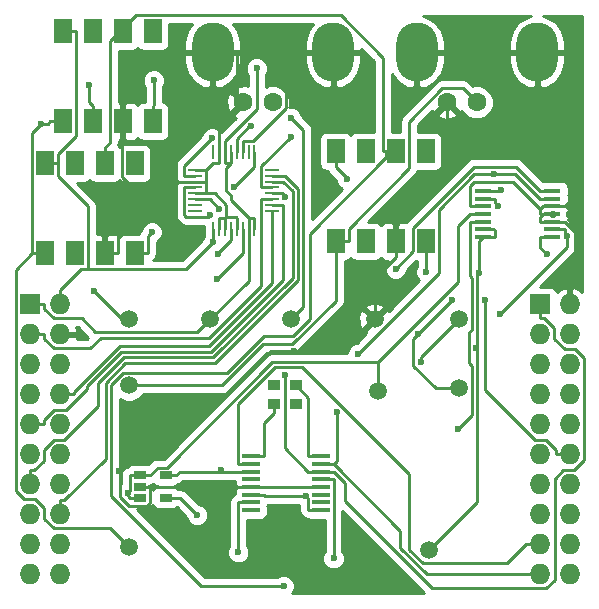
<source format=gbr>
G04 #@! TF.FileFunction,Copper,L1,Top,Signal*
%FSLAX46Y46*%
G04 Gerber Fmt 4.6, Leading zero omitted, Abs format (unit mm)*
G04 Created by KiCad (PCBNEW 4.0.1-stable) date 5/9/2016 12:29:30 PM*
%MOMM*%
G01*
G04 APERTURE LIST*
%ADD10C,0.100000*%
%ADD11R,1.727200X1.727200*%
%ADD12O,1.727200X1.727200*%
%ADD13O,3.500120X5.001260*%
%ADD14C,1.600200*%
%ADD15R,1.060000X0.650000*%
%ADD16R,1.524000X2.032000*%
%ADD17R,1.500000X0.450000*%
%ADD18R,1.450000X0.450000*%
%ADD19R,1.200000X0.280000*%
%ADD20R,0.280000X1.200000*%
%ADD21R,1.000000X0.900000*%
%ADD22C,1.500000*%
%ADD23C,0.600000*%
%ADD24C,0.250000*%
%ADD25C,0.254000*%
G04 APERTURE END LIST*
D10*
D11*
X91694000Y-160274000D03*
D12*
X94234000Y-160274000D03*
X91694000Y-162814000D03*
X94234000Y-162814000D03*
X91694000Y-165354000D03*
X94234000Y-165354000D03*
X91694000Y-167894000D03*
X94234000Y-167894000D03*
X91694000Y-170434000D03*
X94234000Y-170434000D03*
X91694000Y-172974000D03*
X94234000Y-172974000D03*
X91694000Y-175514000D03*
X94234000Y-175514000D03*
X91694000Y-178054000D03*
X94234000Y-178054000D03*
X91694000Y-180594000D03*
X94234000Y-180594000D03*
X91694000Y-183134000D03*
X94234000Y-183134000D03*
X134874000Y-175514000D03*
X134874000Y-178054000D03*
X134874000Y-172974000D03*
X137414000Y-172974000D03*
X137414000Y-178054000D03*
X137414000Y-175514000D03*
X134874000Y-170434000D03*
X134874000Y-167894000D03*
X137414000Y-167894000D03*
X137414000Y-170434000D03*
X137414000Y-165354000D03*
X134874000Y-165354000D03*
D11*
X134874000Y-160274000D03*
D12*
X137414000Y-162814000D03*
X134874000Y-162814000D03*
X137414000Y-160274000D03*
X134874000Y-183134000D03*
X137414000Y-183134000D03*
X137414000Y-180594000D03*
X134874000Y-180594000D03*
D13*
X107170220Y-138912600D03*
X117368320Y-138912600D03*
D14*
X112268000Y-143177260D03*
X109768640Y-143177260D03*
D13*
X124442220Y-138912600D03*
X134640320Y-138912600D03*
D14*
X129540000Y-143177260D03*
X127040640Y-143177260D03*
D15*
X101008000Y-174752000D03*
X101008000Y-175702000D03*
X101008000Y-176652000D03*
X103208000Y-176652000D03*
X103208000Y-174752000D03*
D16*
X117602000Y-154940000D03*
X120142000Y-154940000D03*
X122682000Y-154940000D03*
X125222000Y-154940000D03*
X125222000Y-147320000D03*
X122682000Y-147320000D03*
X120142000Y-147320000D03*
X117602000Y-147320000D03*
X92964000Y-155956000D03*
X95504000Y-155956000D03*
X98044000Y-155956000D03*
X100584000Y-155956000D03*
X100584000Y-148336000D03*
X98044000Y-148336000D03*
X95504000Y-148336000D03*
X92964000Y-148336000D03*
X94488000Y-144780000D03*
X97028000Y-144780000D03*
X99568000Y-144780000D03*
X102108000Y-144780000D03*
X102108000Y-137160000D03*
X99568000Y-137160000D03*
X97028000Y-137160000D03*
X94488000Y-137160000D03*
D17*
X110432000Y-173138000D03*
X110432000Y-173788000D03*
X110432000Y-174438000D03*
X110432000Y-175088000D03*
X110432000Y-175738000D03*
X110432000Y-176388000D03*
X110432000Y-177038000D03*
X110432000Y-177688000D03*
X116332000Y-177688000D03*
X116332000Y-177038000D03*
X116332000Y-176388000D03*
X116332000Y-175738000D03*
X116332000Y-175088000D03*
X116332000Y-174438000D03*
X116332000Y-173788000D03*
X116332000Y-173138000D03*
D18*
X130048000Y-150674000D03*
X130048000Y-151324000D03*
X130048000Y-151974000D03*
X130048000Y-152624000D03*
X130048000Y-153274000D03*
X130048000Y-153924000D03*
X130048000Y-154574000D03*
X135948000Y-154574000D03*
X135948000Y-153924000D03*
X135948000Y-153274000D03*
X135948000Y-152624000D03*
X135948000Y-151974000D03*
X135948000Y-151324000D03*
X135948000Y-150674000D03*
D19*
X105716000Y-148872000D03*
X105716000Y-149372000D03*
X105716000Y-149872000D03*
X105716000Y-150372000D03*
X105716000Y-150872000D03*
X105716000Y-151372000D03*
X105716000Y-151872000D03*
X105716000Y-152372000D03*
D20*
X107216000Y-153872000D03*
X107716000Y-153872000D03*
X108216000Y-153872000D03*
X108716000Y-153872000D03*
X109216000Y-153872000D03*
X109716000Y-153872000D03*
X110216000Y-153872000D03*
X110716000Y-153872000D03*
D19*
X112216000Y-152372000D03*
X112216000Y-151872000D03*
X112216000Y-151372000D03*
X112216000Y-150872000D03*
X112216000Y-150372000D03*
X112216000Y-149872000D03*
X112216000Y-149372000D03*
X112216000Y-148872000D03*
D20*
X110716000Y-147372000D03*
X110216000Y-147372000D03*
X109716000Y-147372000D03*
X109216000Y-147372000D03*
X108716000Y-147372000D03*
X108216000Y-147372000D03*
X107716000Y-147372000D03*
X107216000Y-147372000D03*
D21*
X112359000Y-168669000D03*
X114209000Y-168669000D03*
X114209000Y-167119000D03*
X112359000Y-167119000D03*
D22*
X100076000Y-161544000D03*
X100076000Y-180848000D03*
X100076000Y-167132000D03*
X120904000Y-161544000D03*
X128016000Y-161544000D03*
X106934000Y-161544000D03*
X121158000Y-167640000D03*
X128016000Y-167386000D03*
X125476000Y-181102000D03*
X113792000Y-161544000D03*
D23*
X110894000Y-140290900D03*
X115068200Y-176492500D03*
X107216000Y-154995400D03*
X99971300Y-176264500D03*
X118537000Y-149654200D03*
X114300000Y-180340000D03*
X114071500Y-164255200D03*
X99227600Y-174342500D03*
X124077100Y-152203600D03*
X99496600Y-146574000D03*
X113319600Y-151218100D03*
X130274200Y-159920300D03*
X113797900Y-146085100D03*
X113277700Y-166231400D03*
X117682300Y-169423800D03*
X107853600Y-174274400D03*
X113180000Y-184136200D03*
X129511700Y-163964600D03*
X129689800Y-157596700D03*
X107125700Y-146183700D03*
X106966500Y-152698400D03*
X107708000Y-152169700D03*
X92638700Y-144979700D03*
X102037000Y-154140000D03*
X125261700Y-157536800D03*
X102185200Y-141315200D03*
X97143900Y-159173500D03*
X96687800Y-141675000D03*
X113787500Y-144474400D03*
X124552000Y-162814000D03*
X127435000Y-159902800D03*
X124804400Y-165175000D03*
X105871100Y-178123200D03*
X110386400Y-145206900D03*
X107628700Y-155980300D03*
X107566500Y-158094700D03*
X109356700Y-181276400D03*
X117407300Y-181781100D03*
X131356500Y-151912700D03*
X131555700Y-150566500D03*
X127981900Y-170797400D03*
X135459100Y-156049700D03*
X137198900Y-154488100D03*
X131484800Y-161124400D03*
X122667600Y-157241100D03*
X131019600Y-149241400D03*
X119510500Y-164460000D03*
X108949000Y-150375800D03*
D24*
X108216000Y-147372000D02*
X108216000Y-146446700D01*
X110432000Y-176388000D02*
X111507300Y-176388000D01*
X115256700Y-176681000D02*
X115068200Y-176492500D01*
X115256700Y-177688000D02*
X115256700Y-176681000D01*
X111611800Y-176492500D02*
X111507300Y-176388000D01*
X115068200Y-176492500D02*
X111611800Y-176492500D01*
X116332000Y-177688000D02*
X115256700Y-177688000D01*
X110894000Y-143768700D02*
X108216000Y-146446700D01*
X110894000Y-140290900D02*
X110894000Y-143768700D01*
X110216000Y-153872000D02*
X110216000Y-152946700D01*
X110716000Y-153872000D02*
X110716000Y-152946700D01*
X110716000Y-152946700D02*
X110216000Y-152946700D01*
X108716000Y-147372000D02*
X108716000Y-148297300D01*
X108216000Y-148297300D02*
X108716000Y-148297300D01*
X108216000Y-147372000D02*
X108216000Y-148297300D01*
X110216000Y-158262000D02*
X106934000Y-161544000D01*
X110216000Y-153872000D02*
X110216000Y-158262000D01*
X92882900Y-160645600D02*
X92882900Y-160274000D01*
X93700200Y-161462900D02*
X92882900Y-160645600D01*
X96077100Y-161462900D02*
X93700200Y-161462900D01*
X97239000Y-162624800D02*
X96077100Y-161462900D01*
X105853200Y-162624800D02*
X97239000Y-162624800D01*
X106934000Y-161544000D02*
X105853200Y-162624800D01*
X91694000Y-160274000D02*
X92882900Y-160274000D01*
X108716000Y-151446700D02*
X110216000Y-152946700D01*
X108716000Y-151027000D02*
X108716000Y-151446700D01*
X108715900Y-151027000D02*
X108716000Y-151027000D01*
X108323700Y-150634800D02*
X108715900Y-151027000D01*
X108323700Y-148689600D02*
X108323700Y-150634800D01*
X108716000Y-148297300D02*
X108323700Y-148689600D01*
X101008000Y-176652000D02*
X100152700Y-176652000D01*
X107216000Y-153872000D02*
X107216000Y-154797300D01*
X107216000Y-154797300D02*
X107216000Y-154995400D01*
X130048000Y-152624000D02*
X128997700Y-152624000D01*
X99971300Y-176470600D02*
X99971300Y-176264500D01*
X100152700Y-176652000D02*
X99971300Y-176470600D01*
X100152700Y-176083100D02*
X99971300Y-176264500D01*
X100152700Y-174752000D02*
X100152700Y-176083100D01*
X101008000Y-174752000D02*
X100152700Y-174752000D01*
X94234000Y-160274000D02*
X94234000Y-159085100D01*
X92964000Y-148336000D02*
X94051300Y-148336000D01*
X94051300Y-147528700D02*
X94051300Y-148336000D01*
X95575300Y-146004700D02*
X94051300Y-147528700D01*
X95575300Y-137160000D02*
X95575300Y-146004700D01*
X94488000Y-137160000D02*
X95575300Y-137160000D01*
X94051300Y-149423300D02*
X94051300Y-148336000D01*
X96604100Y-151976100D02*
X94051300Y-149423300D01*
X96604100Y-157302500D02*
X96604100Y-151976100D01*
X104908900Y-157302500D02*
X96604100Y-157302500D01*
X107216000Y-154995400D02*
X104908900Y-157302500D01*
X96016600Y-157302500D02*
X94234000Y-159085100D01*
X96604100Y-157302500D02*
X96016600Y-157302500D01*
X101008000Y-174752000D02*
X101863300Y-174752000D01*
X118537000Y-149596300D02*
X118537000Y-149654200D01*
X117602000Y-148661300D02*
X118537000Y-149596300D01*
X117602000Y-147320000D02*
X117602000Y-148661300D01*
X121158000Y-167640000D02*
X121158000Y-165155800D01*
X127948000Y-153673700D02*
X128997700Y-152624000D01*
X127948000Y-158365800D02*
X127948000Y-153673700D01*
X121158000Y-165155800D02*
X127948000Y-158365800D01*
X102513600Y-174101700D02*
X101863300Y-174752000D01*
X103274500Y-174101700D02*
X102513600Y-174101700D01*
X112220400Y-165155800D02*
X103274500Y-174101700D01*
X121158000Y-165155800D02*
X112220400Y-165155800D01*
X112216000Y-151372000D02*
X111290700Y-151372000D01*
X91694000Y-162814000D02*
X92882900Y-162814000D01*
X92882900Y-163185600D02*
X92882900Y-162814000D01*
X93700200Y-164002900D02*
X92882900Y-163185600D01*
X96831800Y-164002900D02*
X93700200Y-164002900D01*
X97698200Y-163136500D02*
X96831800Y-164002900D01*
X106905300Y-163136500D02*
X97698200Y-163136500D01*
X111290700Y-158751100D02*
X106905300Y-163136500D01*
X111290700Y-151372000D02*
X111290700Y-158751100D01*
X113792000Y-180848000D02*
X113030000Y-180848000D01*
X114300000Y-180340000D02*
X113792000Y-180848000D01*
X135948000Y-153274000D02*
X136998300Y-153274000D01*
X107170200Y-138912600D02*
X109245600Y-138912600D01*
X137849800Y-154125500D02*
X136998300Y-153274000D01*
X137849800Y-158649300D02*
X137849800Y-154125500D01*
X137414000Y-159085100D02*
X137849800Y-158649300D01*
X137414000Y-160274000D02*
X137414000Y-159085100D01*
X105716000Y-149872000D02*
X106641300Y-149872000D01*
X107216000Y-148297300D02*
X106641300Y-148872000D01*
X107716000Y-148297300D02*
X107216000Y-148297300D01*
X107716000Y-147372000D02*
X107716000Y-148297300D01*
X105716000Y-148872000D02*
X106641300Y-148872000D01*
X117368300Y-138912600D02*
X115292900Y-138912600D01*
X107716000Y-153872000D02*
X107716000Y-152946700D01*
X106641300Y-148872000D02*
X106641300Y-149872000D01*
X105716000Y-150872000D02*
X106641300Y-150872000D01*
X106641300Y-149872000D02*
X106641300Y-150872000D01*
X108216000Y-153872000D02*
X108216000Y-152946700D01*
X107716000Y-152946700D02*
X108216000Y-152946700D01*
X135948000Y-151974000D02*
X135132200Y-151974000D01*
X135948000Y-152624000D02*
X135422900Y-152624000D01*
X135948000Y-153274000D02*
X134897700Y-153274000D01*
X135128700Y-152624000D02*
X134897700Y-152624000D01*
X135422900Y-152624000D02*
X135128700Y-152624000D01*
X134897700Y-152855000D02*
X134897700Y-153274000D01*
X135128700Y-152624000D02*
X134897700Y-152855000D01*
X98044000Y-155956000D02*
X99131300Y-155956000D01*
X109716000Y-147372000D02*
X109716000Y-146446700D01*
X130048000Y-151974000D02*
X128997700Y-151974000D01*
X135132200Y-151974000D02*
X134897700Y-152208500D01*
X134897700Y-152208500D02*
X134897700Y-152624000D01*
X109245600Y-142654300D02*
X109768600Y-143177300D01*
X109245600Y-138912600D02*
X109245600Y-142654300D01*
X107751000Y-145194900D02*
X109768600Y-143177300D01*
X107751000Y-146442800D02*
X107751000Y-145194900D01*
X107716000Y-146477800D02*
X107751000Y-146442800D01*
X107716000Y-147372000D02*
X107716000Y-146477800D01*
X115292900Y-138912600D02*
X113417900Y-138912600D01*
X113417900Y-138912600D02*
X109245600Y-138912600D01*
X110609600Y-146446700D02*
X109716000Y-146446700D01*
X113417900Y-143638400D02*
X110609600Y-146446700D01*
X113417900Y-138912600D02*
X113417900Y-143638400D01*
X122682000Y-155610600D02*
X122682000Y-156281300D01*
X109216000Y-153872000D02*
X109216000Y-152946700D01*
X120904000Y-158059300D02*
X120904000Y-161544000D01*
X122682000Y-156281300D02*
X120904000Y-158059300D01*
X134640300Y-138912600D02*
X136715700Y-138912600D01*
X135948000Y-151974000D02*
X136998300Y-151974000D01*
X137333900Y-139530800D02*
X136715700Y-138912600D01*
X137333900Y-151638400D02*
X137333900Y-139530800D01*
X136998300Y-151974000D02*
X137333900Y-151638400D01*
X116332000Y-175738000D02*
X110432000Y-175738000D01*
X101008000Y-175702000D02*
X101863300Y-175702000D01*
X101899300Y-175738000D02*
X101863300Y-175702000D01*
X110432000Y-175738000D02*
X101899300Y-175738000D01*
X128997700Y-150279600D02*
X128997700Y-151974000D01*
X129336100Y-149941200D02*
X128997700Y-150279600D01*
X132630400Y-149941200D02*
X129336100Y-149941200D01*
X134897700Y-152208500D02*
X132630400Y-149941200D01*
X107369400Y-150872000D02*
X106641300Y-150872000D01*
X108333300Y-151835900D02*
X107369400Y-150872000D01*
X108333300Y-152848700D02*
X108333300Y-151835900D01*
X108314000Y-152848700D02*
X108333300Y-152848700D01*
X108216000Y-152946700D02*
X108314000Y-152848700D01*
X109118000Y-152848700D02*
X109216000Y-152946700D01*
X108333300Y-152848700D02*
X109118000Y-152848700D01*
X99345900Y-174342500D02*
X99227600Y-174342500D01*
X101863300Y-177129700D02*
X101863300Y-175702000D01*
X101652000Y-177341000D02*
X101863300Y-177129700D01*
X100112600Y-177341000D02*
X101652000Y-177341000D01*
X99345900Y-176574300D02*
X100112600Y-177341000D01*
X99345900Y-174342500D02*
X99345900Y-176574300D01*
X118192800Y-164255200D02*
X114071500Y-164255200D01*
X120904000Y-161544000D02*
X118192800Y-164255200D01*
X112108500Y-164255200D02*
X114071500Y-164255200D01*
X103015500Y-173348200D02*
X112108500Y-164255200D01*
X100340200Y-173348200D02*
X103015500Y-173348200D01*
X99345900Y-174342500D02*
X100340200Y-173348200D01*
X122682000Y-155610600D02*
X122682000Y-154940000D01*
X122682000Y-154940000D02*
X122682000Y-153598700D01*
X127040600Y-149240100D02*
X127040600Y-143177300D01*
X124077100Y-152203600D02*
X127040600Y-149240100D01*
X124077100Y-152203700D02*
X124077100Y-152203600D01*
X124077000Y-152203700D02*
X124077100Y-152203700D01*
X122682000Y-153598700D02*
X124077000Y-152203700D01*
X99568000Y-144780000D02*
X99568000Y-146121300D01*
X101671300Y-149872000D02*
X100759500Y-150783800D01*
X105716000Y-149872000D02*
X101671300Y-149872000D01*
X99131300Y-152412000D02*
X99131300Y-155956000D01*
X100759500Y-150783800D02*
X99131300Y-152412000D01*
X99496600Y-149520900D02*
X99496600Y-146574000D01*
X100759500Y-150783800D02*
X99496600Y-149520900D01*
X99496600Y-146192700D02*
X99568000Y-146121300D01*
X99496600Y-146574000D02*
X99496600Y-146192700D01*
X94234000Y-167894000D02*
X95422900Y-167894000D01*
X95422900Y-167687000D02*
X95422900Y-167894000D01*
X99311900Y-163798000D02*
X95422900Y-167687000D01*
X106892000Y-163798000D02*
X99311900Y-163798000D01*
X112216000Y-158474000D02*
X106892000Y-163798000D01*
X112216000Y-152372000D02*
X112216000Y-158474000D01*
X112216000Y-151872000D02*
X113141300Y-151872000D01*
X91694000Y-170434000D02*
X92882900Y-170434000D01*
X92882900Y-170062400D02*
X92882900Y-170434000D01*
X93700200Y-169245100D02*
X92882900Y-170062400D01*
X94727000Y-169245100D02*
X93700200Y-169245100D01*
X96532200Y-167439900D02*
X94727000Y-169245100D01*
X96532200Y-167214600D02*
X96532200Y-167439900D01*
X99432700Y-164314100D02*
X96532200Y-167214600D01*
X107012800Y-164314100D02*
X99432700Y-164314100D01*
X113141300Y-158185600D02*
X107012800Y-164314100D01*
X113141300Y-151872000D02*
X113141300Y-158185600D01*
X92065600Y-174325100D02*
X91694000Y-174325100D01*
X92882900Y-173507800D02*
X92065600Y-174325100D01*
X92882900Y-172621800D02*
X92882900Y-173507800D01*
X93719700Y-171785000D02*
X92882900Y-172621800D01*
X94574100Y-171785000D02*
X93719700Y-171785000D01*
X97483200Y-168875900D02*
X94574100Y-171785000D01*
X97483200Y-166913600D02*
X97483200Y-168875900D01*
X99632300Y-164764500D02*
X97483200Y-166913600D01*
X107199300Y-164764500D02*
X99632300Y-164764500D01*
X113948700Y-158015100D02*
X107199300Y-164764500D01*
X113948700Y-150679400D02*
X113948700Y-158015100D01*
X113141300Y-149872000D02*
X113948700Y-150679400D01*
X112216000Y-149872000D02*
X113141300Y-149872000D01*
X91694000Y-175514000D02*
X91694000Y-174325100D01*
X94234000Y-178054000D02*
X94234000Y-176865100D01*
X94605500Y-176865100D02*
X94234000Y-176865100D01*
X98115500Y-173355100D02*
X94605500Y-176865100D01*
X98115500Y-166918800D02*
X98115500Y-173355100D01*
X99770100Y-165264200D02*
X98115500Y-166918800D01*
X107336500Y-165264200D02*
X99770100Y-165264200D01*
X114402700Y-158198000D02*
X107336500Y-165264200D01*
X114402700Y-150482500D02*
X114402700Y-158198000D01*
X113292200Y-149372000D02*
X114402700Y-150482500D01*
X112216000Y-149372000D02*
X113292200Y-149372000D01*
X136225100Y-172602400D02*
X136225100Y-172974000D01*
X135407800Y-171785100D02*
X136225100Y-172602400D01*
X134494300Y-171785100D02*
X135407800Y-171785100D01*
X130274200Y-167565000D02*
X134494300Y-171785100D01*
X130274200Y-159920300D02*
X130274200Y-167565000D01*
X137414000Y-172974000D02*
X136225100Y-172974000D01*
X112216000Y-150872000D02*
X113141300Y-150872000D01*
X113141300Y-151039800D02*
X113319600Y-151218100D01*
X113141300Y-150872000D02*
X113141300Y-151039800D01*
X112216000Y-150372000D02*
X111290700Y-150372000D01*
X111290700Y-148592300D02*
X113797900Y-146085100D01*
X111290700Y-150372000D02*
X111290700Y-148592300D01*
X113277700Y-172459000D02*
X115256700Y-174438000D01*
X113277700Y-166231400D02*
X113277700Y-172459000D01*
X115907000Y-174438000D02*
X115256700Y-174438000D01*
X115907000Y-174438000D02*
X116332000Y-174438000D01*
X116332000Y-174438000D02*
X117407300Y-174438000D01*
X134874000Y-160274000D02*
X134874000Y-161462900D01*
X118402300Y-175433000D02*
X117407300Y-174438000D01*
X118402300Y-176959500D02*
X118402300Y-175433000D01*
X125773000Y-184330200D02*
X118402300Y-176959500D01*
X135435200Y-184330200D02*
X125773000Y-184330200D01*
X136144000Y-183621400D02*
X135435200Y-184330200D01*
X136144000Y-175026400D02*
X136144000Y-183621400D01*
X136845400Y-174325000D02*
X136144000Y-175026400D01*
X137747300Y-174325000D02*
X136845400Y-174325000D01*
X138610200Y-173462100D02*
X137747300Y-174325000D01*
X138610200Y-164800900D02*
X138610200Y-173462100D01*
X137893300Y-164084000D02*
X138610200Y-164800900D01*
X136980700Y-164084000D02*
X137893300Y-164084000D01*
X136062900Y-163166200D02*
X136980700Y-164084000D01*
X136062900Y-162280200D02*
X136062900Y-163166200D01*
X135245600Y-161462900D02*
X136062900Y-162280200D01*
X134874000Y-161462900D02*
X135245600Y-161462900D01*
X116332000Y-173788000D02*
X117407300Y-173788000D01*
X117682300Y-173513000D02*
X117682300Y-169423800D01*
X117407300Y-173788000D02*
X117682300Y-173513000D01*
X125281400Y-183134000D02*
X134874000Y-183134000D01*
X123056100Y-180908700D02*
X125281400Y-183134000D01*
X123056100Y-179436800D02*
X123056100Y-180908700D01*
X117407300Y-173788000D02*
X123056100Y-179436800D01*
X132067000Y-182212100D02*
X133685100Y-180594000D01*
X124996500Y-182212100D02*
X132067000Y-182212100D01*
X123821500Y-181037100D02*
X124996500Y-182212100D01*
X123821500Y-174657900D02*
X123821500Y-181037100D01*
X114769700Y-165606100D02*
X123821500Y-174657900D01*
X112457400Y-165606100D02*
X114769700Y-165606100D01*
X109356700Y-168706800D02*
X112457400Y-165606100D01*
X109356700Y-173788000D02*
X109356700Y-168706800D01*
X110432000Y-173788000D02*
X109356700Y-173788000D01*
X134874000Y-180594000D02*
X133685100Y-180594000D01*
X103208000Y-174752000D02*
X104063300Y-174752000D01*
X107853600Y-174438000D02*
X107853600Y-174274400D01*
X104377300Y-174438000D02*
X107853600Y-174438000D01*
X104063300Y-174752000D02*
X104377300Y-174438000D01*
X107853600Y-174438000D02*
X110432000Y-174438000D01*
X99568000Y-137160000D02*
X99296200Y-137160000D01*
X100647600Y-135808600D02*
X99296200Y-137160000D01*
X118024600Y-135808600D02*
X100647600Y-135808600D01*
X121594700Y-139378700D02*
X118024600Y-135808600D01*
X121594700Y-147320000D02*
X121594700Y-139378700D01*
X98480600Y-146558100D02*
X98044000Y-146994700D01*
X98480600Y-137975600D02*
X98480600Y-146558100D01*
X99296200Y-137160000D02*
X98480600Y-137975600D01*
X98044000Y-148336000D02*
X98044000Y-146994700D01*
X122682000Y-147320000D02*
X121866600Y-147320000D01*
X121866600Y-147320000D02*
X121594700Y-147320000D01*
X121866600Y-147838500D02*
X121866600Y-147320000D01*
X115405500Y-154299600D02*
X121866600Y-147838500D01*
X115405500Y-161515600D02*
X115405500Y-154299600D01*
X113988800Y-162932300D02*
X115405500Y-161515600D01*
X111520700Y-162932300D02*
X113988800Y-162932300D01*
X108403400Y-166049600D02*
X111520700Y-162932300D01*
X99624200Y-166049600D02*
X108403400Y-166049600D01*
X98565900Y-167107900D02*
X99624200Y-166049600D01*
X98565900Y-176491700D02*
X98565900Y-167107900D01*
X106210400Y-184136200D02*
X98565900Y-176491700D01*
X113180000Y-184136200D02*
X106210400Y-184136200D01*
X130048000Y-154574000D02*
X131098300Y-154574000D01*
X130048000Y-153924000D02*
X130985700Y-153924000D01*
X131098300Y-154036600D02*
X131098300Y-154574000D01*
X130985700Y-153924000D02*
X131098300Y-154036600D01*
X129560300Y-164013200D02*
X129511700Y-163964600D01*
X129560300Y-177017700D02*
X129560300Y-164013200D01*
X125476000Y-181102000D02*
X129560300Y-177017700D01*
X129548400Y-157738100D02*
X129689800Y-157596700D01*
X129548400Y-163927900D02*
X129548400Y-157738100D01*
X129511700Y-163964600D02*
X129548400Y-163927900D01*
X129689800Y-154932200D02*
X130048000Y-154574000D01*
X129689800Y-157596700D02*
X129689800Y-154932200D01*
X104790700Y-148518700D02*
X107125700Y-146183700D01*
X104790700Y-149372000D02*
X104790700Y-148518700D01*
X105716000Y-149372000D02*
X104790700Y-149372000D01*
X106827500Y-152837400D02*
X106966500Y-152698400D01*
X104934300Y-152837400D02*
X106827500Y-152837400D01*
X104790700Y-152693800D02*
X104934300Y-152837400D01*
X104790700Y-150372000D02*
X104790700Y-152693800D01*
X105716000Y-150372000D02*
X104790700Y-150372000D01*
X106910300Y-151372000D02*
X107708000Y-152169700D01*
X105716000Y-151372000D02*
X106910300Y-151372000D01*
X94488000Y-144780000D02*
X93400700Y-144780000D01*
X90505000Y-157327700D02*
X91876700Y-155956000D01*
X90505000Y-176074300D02*
X90505000Y-157327700D01*
X91214700Y-176784000D02*
X90505000Y-176074300D01*
X92127300Y-176784000D02*
X91214700Y-176784000D01*
X92883000Y-177539700D02*
X92127300Y-176784000D01*
X92883000Y-178406300D02*
X92883000Y-177539700D01*
X93719700Y-179243000D02*
X92883000Y-178406300D01*
X98471000Y-179243000D02*
X93719700Y-179243000D01*
X100076000Y-180848000D02*
X98471000Y-179243000D01*
X92964000Y-155956000D02*
X91876700Y-155956000D01*
X93201000Y-144979700D02*
X93400700Y-144780000D01*
X92638700Y-144979700D02*
X93201000Y-144979700D01*
X91876700Y-145741700D02*
X91876700Y-155956000D01*
X92638700Y-144979700D02*
X91876700Y-145741700D01*
X128348200Y-141985500D02*
X129540000Y-143177300D01*
X126618500Y-141985500D02*
X128348200Y-141985500D01*
X123792700Y-144811300D02*
X126618500Y-141985500D01*
X123792700Y-148749300D02*
X123792700Y-144811300D01*
X118689300Y-153852700D02*
X123792700Y-148749300D01*
X118689300Y-154940000D02*
X118689300Y-153852700D01*
X117602000Y-154940000D02*
X118689300Y-154940000D01*
X117602000Y-159956000D02*
X117602000Y-154940000D01*
X113928200Y-163629800D02*
X117602000Y-159956000D01*
X111460100Y-163629800D02*
X113928200Y-163629800D01*
X107957900Y-167132000D02*
X111460100Y-163629800D01*
X100076000Y-167132000D02*
X107957900Y-167132000D01*
X101671300Y-154505700D02*
X102037000Y-154140000D01*
X101671300Y-155956000D02*
X101671300Y-154505700D01*
X100584000Y-155956000D02*
X101671300Y-155956000D01*
X125261700Y-156321000D02*
X125261700Y-157536800D01*
X125222000Y-156281300D02*
X125261700Y-156321000D01*
X125222000Y-154940000D02*
X125222000Y-156281300D01*
X102185200Y-143361500D02*
X102185200Y-141315200D01*
X102108000Y-143438700D02*
X102185200Y-143361500D01*
X102108000Y-144780000D02*
X102108000Y-143438700D01*
X99514400Y-161544000D02*
X97143900Y-159173500D01*
X100076000Y-161544000D02*
X99514400Y-161544000D01*
X96687800Y-143098500D02*
X96687800Y-141675000D01*
X97028000Y-143438700D02*
X96687800Y-143098500D01*
X97028000Y-144780000D02*
X97028000Y-143438700D01*
X114853100Y-145540000D02*
X113787500Y-144474400D01*
X114853100Y-160482900D02*
X114853100Y-145540000D01*
X113792000Y-161544000D02*
X114853100Y-160482900D01*
X124166100Y-163199900D02*
X124552000Y-162814000D01*
X124166100Y-165489600D02*
X124166100Y-163199900D01*
X126062500Y-167386000D02*
X124166100Y-165489600D01*
X128016000Y-167386000D02*
X126062500Y-167386000D01*
X127435000Y-159931000D02*
X127435000Y-159902800D01*
X124552000Y-162814000D02*
X127435000Y-159931000D01*
X124804400Y-164755600D02*
X124804400Y-165175000D01*
X128016000Y-161544000D02*
X124804400Y-164755600D01*
X111507300Y-170296000D02*
X111507300Y-173138000D01*
X112359000Y-169444300D02*
X111507300Y-170296000D01*
X112359000Y-168669000D02*
X112359000Y-169444300D01*
X110432000Y-173138000D02*
X111507300Y-173138000D01*
X115256700Y-168166700D02*
X115256700Y-173138000D01*
X114209000Y-167119000D02*
X115256700Y-168166700D01*
X116332000Y-173138000D02*
X115256700Y-173138000D01*
X104399900Y-176652000D02*
X105871100Y-178123200D01*
X103208000Y-176652000D02*
X104399900Y-176652000D01*
X109216000Y-147372000D02*
X109216000Y-146446700D01*
X110291800Y-145206900D02*
X110386400Y-145206900D01*
X109216100Y-146282600D02*
X110291800Y-145206900D01*
X109216100Y-146446700D02*
X109216100Y-146282600D01*
X109216000Y-146446700D02*
X109216100Y-146446700D01*
X108716000Y-153872000D02*
X108716000Y-154797300D01*
X107628700Y-155884600D02*
X108716000Y-154797300D01*
X107628700Y-155980300D02*
X107628700Y-155884600D01*
X109716000Y-155945200D02*
X107566500Y-158094700D01*
X109716000Y-153872000D02*
X109716000Y-155945200D01*
X110432000Y-177038000D02*
X109356700Y-177038000D01*
X109356700Y-177038000D02*
X109356700Y-181276400D01*
X116332000Y-175088000D02*
X117407300Y-175088000D01*
X117407300Y-175088000D02*
X117407300Y-181781100D01*
X131098300Y-151654500D02*
X131356500Y-151912700D01*
X131098300Y-151324000D02*
X131098300Y-151654500D01*
X130048000Y-151324000D02*
X131098300Y-151324000D01*
X131448200Y-150674000D02*
X131555700Y-150566500D01*
X130048000Y-150674000D02*
X131448200Y-150674000D01*
X129109900Y-169669400D02*
X127981900Y-170797400D01*
X129109900Y-165477800D02*
X129109900Y-169669400D01*
X128886300Y-165254200D02*
X129109900Y-165477800D01*
X128886300Y-162619400D02*
X128886300Y-165254200D01*
X129098000Y-162407700D02*
X128886300Y-162619400D01*
X129098000Y-158007400D02*
X129098000Y-162407700D01*
X128997700Y-157907100D02*
X129098000Y-158007400D01*
X128997700Y-153274000D02*
X128997700Y-157907100D01*
X130048000Y-153274000D02*
X128997700Y-153274000D01*
X135948000Y-154574000D02*
X134897700Y-154574000D01*
X134897700Y-155488300D02*
X135459100Y-156049700D01*
X134897700Y-154574000D02*
X134897700Y-155488300D01*
X136998300Y-154287500D02*
X137198900Y-154488100D01*
X136998300Y-153924000D02*
X136998300Y-154287500D01*
X135948000Y-153924000D02*
X136998300Y-153924000D01*
X137198900Y-155410300D02*
X131484800Y-161124400D01*
X137198900Y-154488100D02*
X137198900Y-155410300D01*
X124134600Y-155774100D02*
X122667600Y-157241100D01*
X124134600Y-153788100D02*
X124134600Y-155774100D01*
X129309900Y-148612800D02*
X124134600Y-153788100D01*
X132836500Y-148612800D02*
X129309900Y-148612800D01*
X134897700Y-150674000D02*
X132836500Y-148612800D01*
X135948000Y-150674000D02*
X134897700Y-150674000D01*
X135948000Y-151324000D02*
X134897700Y-151324000D01*
X132815100Y-149241400D02*
X131019600Y-149241400D01*
X134897700Y-151324000D02*
X132815100Y-149241400D01*
X126310300Y-157660200D02*
X119510500Y-164460000D01*
X126310300Y-152249300D02*
X126310300Y-157660200D01*
X129318200Y-149241400D02*
X126310300Y-152249300D01*
X131019600Y-149241400D02*
X129318200Y-149241400D01*
X110716000Y-148608800D02*
X108949000Y-150375800D01*
X110716000Y-147372000D02*
X110716000Y-148608800D01*
D25*
G36*
X107666801Y-175209238D02*
X108038767Y-175209562D01*
X108066749Y-175198000D01*
X109034560Y-175198000D01*
X109034560Y-175313000D01*
X109047980Y-175384323D01*
X109047000Y-175386690D01*
X109047000Y-175466750D01*
X109067312Y-175487062D01*
X109078838Y-175548317D01*
X109202329Y-175740227D01*
X109085569Y-175911110D01*
X109070442Y-175985808D01*
X109047000Y-176009250D01*
X109047000Y-176089310D01*
X109048667Y-176093335D01*
X109034560Y-176163000D01*
X109034560Y-176356767D01*
X108819299Y-176500599D01*
X108654552Y-176747161D01*
X108596700Y-177038000D01*
X108596700Y-180713937D01*
X108564508Y-180746073D01*
X108421862Y-181089601D01*
X108421538Y-181461567D01*
X108563583Y-181805343D01*
X108826373Y-182068592D01*
X109169901Y-182211238D01*
X109541867Y-182211562D01*
X109885643Y-182069517D01*
X110148892Y-181806727D01*
X110291538Y-181463199D01*
X110291862Y-181091233D01*
X110149817Y-180747457D01*
X110116700Y-180714282D01*
X110116700Y-178560440D01*
X111182000Y-178560440D01*
X111417317Y-178516162D01*
X111633441Y-178377090D01*
X111778431Y-178164890D01*
X111829440Y-177913000D01*
X111829440Y-177463000D01*
X111809933Y-177359329D01*
X111829440Y-177263000D01*
X111829440Y-177252500D01*
X114496700Y-177252500D01*
X114496700Y-177688000D01*
X114554552Y-177978839D01*
X114719299Y-178225401D01*
X114965861Y-178390148D01*
X115233428Y-178443371D01*
X115330110Y-178509431D01*
X115582000Y-178560440D01*
X116647300Y-178560440D01*
X116647300Y-181218637D01*
X116615108Y-181250773D01*
X116472462Y-181594301D01*
X116472138Y-181966267D01*
X116614183Y-182310043D01*
X116876973Y-182573292D01*
X117220501Y-182715938D01*
X117592467Y-182716262D01*
X117936243Y-182574217D01*
X118199492Y-182311427D01*
X118342138Y-181967899D01*
X118342462Y-181595933D01*
X118200417Y-181252157D01*
X118167300Y-181218982D01*
X118167300Y-177799302D01*
X125077998Y-184710000D01*
X113928643Y-184710000D01*
X113972192Y-184666527D01*
X114114838Y-184322999D01*
X114115162Y-183951033D01*
X113973117Y-183607257D01*
X113710327Y-183344008D01*
X113366799Y-183201362D01*
X112994833Y-183201038D01*
X112651057Y-183343083D01*
X112617882Y-183376200D01*
X106525202Y-183376200D01*
X100773442Y-177624440D01*
X101538000Y-177624440D01*
X101773317Y-177580162D01*
X101989441Y-177441090D01*
X102109233Y-177265768D01*
X102213910Y-177428441D01*
X102426110Y-177573431D01*
X102678000Y-177624440D01*
X103738000Y-177624440D01*
X103973317Y-177580162D01*
X104143652Y-177470554D01*
X104935978Y-178262880D01*
X104935938Y-178308367D01*
X105077983Y-178652143D01*
X105340773Y-178915392D01*
X105684301Y-179058038D01*
X106056267Y-179058362D01*
X106400043Y-178916317D01*
X106663292Y-178653527D01*
X106805938Y-178309999D01*
X106806262Y-177938033D01*
X106664217Y-177594257D01*
X106401427Y-177331008D01*
X106057899Y-177188362D01*
X106011023Y-177188321D01*
X104937301Y-176114599D01*
X104690739Y-175949852D01*
X104399900Y-175892000D01*
X104212669Y-175892000D01*
X104202090Y-175875559D01*
X103989890Y-175730569D01*
X103852880Y-175702824D01*
X103973317Y-175680162D01*
X104189441Y-175541090D01*
X104232284Y-175478387D01*
X104354139Y-175454148D01*
X104600701Y-175289401D01*
X104692102Y-175198000D01*
X107639737Y-175198000D01*
X107666801Y-175209238D01*
X107666801Y-175209238D01*
G37*
X107666801Y-175209238D02*
X108038767Y-175209562D01*
X108066749Y-175198000D01*
X109034560Y-175198000D01*
X109034560Y-175313000D01*
X109047980Y-175384323D01*
X109047000Y-175386690D01*
X109047000Y-175466750D01*
X109067312Y-175487062D01*
X109078838Y-175548317D01*
X109202329Y-175740227D01*
X109085569Y-175911110D01*
X109070442Y-175985808D01*
X109047000Y-176009250D01*
X109047000Y-176089310D01*
X109048667Y-176093335D01*
X109034560Y-176163000D01*
X109034560Y-176356767D01*
X108819299Y-176500599D01*
X108654552Y-176747161D01*
X108596700Y-177038000D01*
X108596700Y-180713937D01*
X108564508Y-180746073D01*
X108421862Y-181089601D01*
X108421538Y-181461567D01*
X108563583Y-181805343D01*
X108826373Y-182068592D01*
X109169901Y-182211238D01*
X109541867Y-182211562D01*
X109885643Y-182069517D01*
X110148892Y-181806727D01*
X110291538Y-181463199D01*
X110291862Y-181091233D01*
X110149817Y-180747457D01*
X110116700Y-180714282D01*
X110116700Y-178560440D01*
X111182000Y-178560440D01*
X111417317Y-178516162D01*
X111633441Y-178377090D01*
X111778431Y-178164890D01*
X111829440Y-177913000D01*
X111829440Y-177463000D01*
X111809933Y-177359329D01*
X111829440Y-177263000D01*
X111829440Y-177252500D01*
X114496700Y-177252500D01*
X114496700Y-177688000D01*
X114554552Y-177978839D01*
X114719299Y-178225401D01*
X114965861Y-178390148D01*
X115233428Y-178443371D01*
X115330110Y-178509431D01*
X115582000Y-178560440D01*
X116647300Y-178560440D01*
X116647300Y-181218637D01*
X116615108Y-181250773D01*
X116472462Y-181594301D01*
X116472138Y-181966267D01*
X116614183Y-182310043D01*
X116876973Y-182573292D01*
X117220501Y-182715938D01*
X117592467Y-182716262D01*
X117936243Y-182574217D01*
X118199492Y-182311427D01*
X118342138Y-181967899D01*
X118342462Y-181595933D01*
X118200417Y-181252157D01*
X118167300Y-181218982D01*
X118167300Y-177799302D01*
X125077998Y-184710000D01*
X113928643Y-184710000D01*
X113972192Y-184666527D01*
X114114838Y-184322999D01*
X114115162Y-183951033D01*
X113973117Y-183607257D01*
X113710327Y-183344008D01*
X113366799Y-183201362D01*
X112994833Y-183201038D01*
X112651057Y-183343083D01*
X112617882Y-183376200D01*
X106525202Y-183376200D01*
X100773442Y-177624440D01*
X101538000Y-177624440D01*
X101773317Y-177580162D01*
X101989441Y-177441090D01*
X102109233Y-177265768D01*
X102213910Y-177428441D01*
X102426110Y-177573431D01*
X102678000Y-177624440D01*
X103738000Y-177624440D01*
X103973317Y-177580162D01*
X104143652Y-177470554D01*
X104935978Y-178262880D01*
X104935938Y-178308367D01*
X105077983Y-178652143D01*
X105340773Y-178915392D01*
X105684301Y-179058038D01*
X106056267Y-179058362D01*
X106400043Y-178916317D01*
X106663292Y-178653527D01*
X106805938Y-178309999D01*
X106806262Y-177938033D01*
X106664217Y-177594257D01*
X106401427Y-177331008D01*
X106057899Y-177188362D01*
X106011023Y-177188321D01*
X104937301Y-176114599D01*
X104690739Y-175949852D01*
X104399900Y-175892000D01*
X104212669Y-175892000D01*
X104202090Y-175875559D01*
X103989890Y-175730569D01*
X103852880Y-175702824D01*
X103973317Y-175680162D01*
X104189441Y-175541090D01*
X104232284Y-175478387D01*
X104354139Y-175454148D01*
X104600701Y-175289401D01*
X104692102Y-175198000D01*
X107639737Y-175198000D01*
X107666801Y-175209238D01*
G36*
X102213910Y-175528441D02*
X102426110Y-175673431D01*
X102563120Y-175701176D01*
X102442683Y-175723838D01*
X102226559Y-175862910D01*
X102154144Y-175968894D01*
X102014250Y-175829000D01*
X101933949Y-175829000D01*
X101789890Y-175730569D01*
X101652880Y-175702824D01*
X101773317Y-175680162D01*
X101936743Y-175575000D01*
X102014250Y-175575000D01*
X102130375Y-175458875D01*
X102154139Y-175454148D01*
X102162506Y-175448557D01*
X102213910Y-175528441D01*
X102213910Y-175528441D01*
G37*
X102213910Y-175528441D02*
X102426110Y-175673431D01*
X102563120Y-175701176D01*
X102442683Y-175723838D01*
X102226559Y-175862910D01*
X102154144Y-175968894D01*
X102014250Y-175829000D01*
X101933949Y-175829000D01*
X101789890Y-175730569D01*
X101652880Y-175702824D01*
X101773317Y-175680162D01*
X101936743Y-175575000D01*
X102014250Y-175575000D01*
X102130375Y-175458875D01*
X102154139Y-175454148D01*
X102162506Y-175448557D01*
X102213910Y-175528441D01*
G36*
X118915910Y-156407441D02*
X119128110Y-156552431D01*
X119380000Y-156603440D01*
X120904000Y-156603440D01*
X121139317Y-156559162D01*
X121355441Y-156420090D01*
X121408463Y-156342489D01*
X121560302Y-156494327D01*
X121793691Y-156591000D01*
X121995390Y-156591000D01*
X121875408Y-156710773D01*
X121732762Y-157054301D01*
X121732438Y-157426267D01*
X121874483Y-157770043D01*
X122137273Y-158033292D01*
X122480801Y-158175938D01*
X122852767Y-158176262D01*
X123196543Y-158034217D01*
X123459792Y-157771427D01*
X123602438Y-157427899D01*
X123602479Y-157381023D01*
X124393524Y-156589978D01*
X124460000Y-156603440D01*
X124501700Y-156603440D01*
X124501700Y-156974337D01*
X124469508Y-157006473D01*
X124326862Y-157350001D01*
X124326538Y-157721967D01*
X124468583Y-158065743D01*
X124649111Y-158246587D01*
X122084609Y-160811089D01*
X121875517Y-160752088D01*
X121083605Y-161544000D01*
X121097748Y-161558143D01*
X120918143Y-161737748D01*
X120904000Y-161723605D01*
X120112088Y-162515517D01*
X120171089Y-162724609D01*
X119370820Y-163524878D01*
X119325333Y-163524838D01*
X118981557Y-163666883D01*
X118718308Y-163929673D01*
X118575662Y-164273201D01*
X118575555Y-164395800D01*
X112220400Y-164395800D01*
X111929561Y-164453652D01*
X111682999Y-164618399D01*
X102959698Y-173341700D01*
X102513600Y-173341700D01*
X102222761Y-173399552D01*
X101976199Y-173564299D01*
X101723395Y-173817103D01*
X101538000Y-173779560D01*
X100478000Y-173779560D01*
X100242683Y-173823838D01*
X100026559Y-173962910D01*
X99983716Y-174025613D01*
X99861861Y-174049852D01*
X99615299Y-174214599D01*
X99450552Y-174461161D01*
X99392700Y-174752000D01*
X99392700Y-175520953D01*
X99325900Y-175587637D01*
X99325900Y-168320187D01*
X99799298Y-168516759D01*
X100350285Y-168517240D01*
X100859515Y-168306831D01*
X101249461Y-167917564D01*
X101260076Y-167892000D01*
X107957900Y-167892000D01*
X108248739Y-167834148D01*
X108495301Y-167669401D01*
X111774902Y-164389800D01*
X113928200Y-164389800D01*
X114219039Y-164331948D01*
X114465601Y-164167201D01*
X117293631Y-161339171D01*
X119506799Y-161339171D01*
X119534770Y-161889448D01*
X119691540Y-162267923D01*
X119932483Y-162335912D01*
X120724395Y-161544000D01*
X119932483Y-160752088D01*
X119691540Y-160820077D01*
X119506799Y-161339171D01*
X117293631Y-161339171D01*
X118060319Y-160572483D01*
X120112088Y-160572483D01*
X120904000Y-161364395D01*
X121695912Y-160572483D01*
X121627923Y-160331540D01*
X121108829Y-160146799D01*
X120558552Y-160174770D01*
X120180077Y-160331540D01*
X120112088Y-160572483D01*
X118060319Y-160572483D01*
X118139401Y-160493401D01*
X118304148Y-160246839D01*
X118362000Y-159956000D01*
X118362000Y-156603440D01*
X118364000Y-156603440D01*
X118599317Y-156559162D01*
X118815441Y-156420090D01*
X118871374Y-156338230D01*
X118915910Y-156407441D01*
X118915910Y-156407441D01*
G37*
X118915910Y-156407441D02*
X119128110Y-156552431D01*
X119380000Y-156603440D01*
X120904000Y-156603440D01*
X121139317Y-156559162D01*
X121355441Y-156420090D01*
X121408463Y-156342489D01*
X121560302Y-156494327D01*
X121793691Y-156591000D01*
X121995390Y-156591000D01*
X121875408Y-156710773D01*
X121732762Y-157054301D01*
X121732438Y-157426267D01*
X121874483Y-157770043D01*
X122137273Y-158033292D01*
X122480801Y-158175938D01*
X122852767Y-158176262D01*
X123196543Y-158034217D01*
X123459792Y-157771427D01*
X123602438Y-157427899D01*
X123602479Y-157381023D01*
X124393524Y-156589978D01*
X124460000Y-156603440D01*
X124501700Y-156603440D01*
X124501700Y-156974337D01*
X124469508Y-157006473D01*
X124326862Y-157350001D01*
X124326538Y-157721967D01*
X124468583Y-158065743D01*
X124649111Y-158246587D01*
X122084609Y-160811089D01*
X121875517Y-160752088D01*
X121083605Y-161544000D01*
X121097748Y-161558143D01*
X120918143Y-161737748D01*
X120904000Y-161723605D01*
X120112088Y-162515517D01*
X120171089Y-162724609D01*
X119370820Y-163524878D01*
X119325333Y-163524838D01*
X118981557Y-163666883D01*
X118718308Y-163929673D01*
X118575662Y-164273201D01*
X118575555Y-164395800D01*
X112220400Y-164395800D01*
X111929561Y-164453652D01*
X111682999Y-164618399D01*
X102959698Y-173341700D01*
X102513600Y-173341700D01*
X102222761Y-173399552D01*
X101976199Y-173564299D01*
X101723395Y-173817103D01*
X101538000Y-173779560D01*
X100478000Y-173779560D01*
X100242683Y-173823838D01*
X100026559Y-173962910D01*
X99983716Y-174025613D01*
X99861861Y-174049852D01*
X99615299Y-174214599D01*
X99450552Y-174461161D01*
X99392700Y-174752000D01*
X99392700Y-175520953D01*
X99325900Y-175587637D01*
X99325900Y-168320187D01*
X99799298Y-168516759D01*
X100350285Y-168517240D01*
X100859515Y-168306831D01*
X101249461Y-167917564D01*
X101260076Y-167892000D01*
X107957900Y-167892000D01*
X108248739Y-167834148D01*
X108495301Y-167669401D01*
X111774902Y-164389800D01*
X113928200Y-164389800D01*
X114219039Y-164331948D01*
X114465601Y-164167201D01*
X117293631Y-161339171D01*
X119506799Y-161339171D01*
X119534770Y-161889448D01*
X119691540Y-162267923D01*
X119932483Y-162335912D01*
X120724395Y-161544000D01*
X119932483Y-160752088D01*
X119691540Y-160820077D01*
X119506799Y-161339171D01*
X117293631Y-161339171D01*
X118060319Y-160572483D01*
X120112088Y-160572483D01*
X120904000Y-161364395D01*
X121695912Y-160572483D01*
X121627923Y-160331540D01*
X121108829Y-160146799D01*
X120558552Y-160174770D01*
X120180077Y-160331540D01*
X120112088Y-160572483D01*
X118060319Y-160572483D01*
X118139401Y-160493401D01*
X118304148Y-160246839D01*
X118362000Y-159956000D01*
X118362000Y-156603440D01*
X118364000Y-156603440D01*
X118599317Y-156559162D01*
X118815441Y-156420090D01*
X118871374Y-156338230D01*
X118915910Y-156407441D01*
G36*
X96649648Y-163110250D02*
X96516998Y-163242900D01*
X95660017Y-163242900D01*
X95688958Y-163173026D01*
X95567817Y-162941000D01*
X94361000Y-162941000D01*
X94361000Y-162961000D01*
X94107000Y-162961000D01*
X94107000Y-162941000D01*
X94087000Y-162941000D01*
X94087000Y-162687000D01*
X94107000Y-162687000D01*
X94107000Y-162667000D01*
X94361000Y-162667000D01*
X94361000Y-162687000D01*
X95567817Y-162687000D01*
X95688958Y-162454974D01*
X95592835Y-162222900D01*
X95762298Y-162222900D01*
X96649648Y-163110250D01*
X96649648Y-163110250D01*
G37*
X96649648Y-163110250D02*
X96516998Y-163242900D01*
X95660017Y-163242900D01*
X95688958Y-163173026D01*
X95567817Y-162941000D01*
X94361000Y-162941000D01*
X94361000Y-162961000D01*
X94107000Y-162961000D01*
X94107000Y-162941000D01*
X94087000Y-162941000D01*
X94087000Y-162687000D01*
X94107000Y-162687000D01*
X94107000Y-162667000D01*
X94361000Y-162667000D01*
X94361000Y-162687000D01*
X95567817Y-162687000D01*
X95688958Y-162454974D01*
X95592835Y-162222900D01*
X95762298Y-162222900D01*
X96649648Y-163110250D01*
G36*
X133844930Y-135909921D02*
X133043631Y-136385735D01*
X132485413Y-137131974D01*
X132255260Y-138035030D01*
X132255260Y-138785600D01*
X134513320Y-138785600D01*
X134513320Y-138765600D01*
X134767320Y-138765600D01*
X134767320Y-138785600D01*
X137025380Y-138785600D01*
X137025380Y-138035030D01*
X136795227Y-137131974D01*
X136237009Y-136385735D01*
X135435710Y-135909921D01*
X135169618Y-135838000D01*
X138482000Y-135838000D01*
X138482000Y-159263846D01*
X138302490Y-159067179D01*
X137773027Y-158819032D01*
X137541000Y-158939531D01*
X137541000Y-160147000D01*
X137561000Y-160147000D01*
X137561000Y-160401000D01*
X137541000Y-160401000D01*
X137541000Y-160421000D01*
X137287000Y-160421000D01*
X137287000Y-160401000D01*
X137267000Y-160401000D01*
X137267000Y-160147000D01*
X137287000Y-160147000D01*
X137287000Y-158939531D01*
X137054973Y-158819032D01*
X136525510Y-159067179D01*
X136355505Y-159253433D01*
X136340762Y-159175083D01*
X136201690Y-158958959D01*
X135989490Y-158813969D01*
X135737600Y-158762960D01*
X134921042Y-158762960D01*
X137736301Y-155947701D01*
X137901048Y-155701139D01*
X137958900Y-155410300D01*
X137958900Y-155050563D01*
X137991092Y-155018427D01*
X138133738Y-154674899D01*
X138134062Y-154302933D01*
X137992017Y-153959157D01*
X137729227Y-153695908D01*
X137711462Y-153688531D01*
X137700448Y-153633161D01*
X137535701Y-153386599D01*
X137308000Y-153234454D01*
X137308000Y-153146998D01*
X137236885Y-153146998D01*
X137288597Y-153022153D01*
X137308000Y-153002750D01*
X137308000Y-152895250D01*
X137288597Y-152875847D01*
X137211327Y-152689301D01*
X137146026Y-152624000D01*
X137211327Y-152558699D01*
X137288597Y-152372153D01*
X137308000Y-152352750D01*
X137308000Y-152245250D01*
X137288597Y-152225847D01*
X137211327Y-152039301D01*
X137149070Y-151977044D01*
X137269431Y-151800890D01*
X137284558Y-151726192D01*
X137308000Y-151702750D01*
X137308000Y-151622690D01*
X137306333Y-151618665D01*
X137320440Y-151549000D01*
X137320440Y-151099000D01*
X137300933Y-150995329D01*
X137320440Y-150899000D01*
X137320440Y-150449000D01*
X137276162Y-150213683D01*
X137137090Y-149997559D01*
X136924890Y-149852569D01*
X136673000Y-149801560D01*
X135223000Y-149801560D01*
X135119531Y-149821029D01*
X133373901Y-148075399D01*
X133127339Y-147910652D01*
X132836500Y-147852800D01*
X129309900Y-147852800D01*
X129067314Y-147901054D01*
X129019060Y-147910652D01*
X128772499Y-148075399D01*
X123597199Y-153250699D01*
X123571326Y-153289421D01*
X123570309Y-153289000D01*
X122967750Y-153289000D01*
X122809000Y-153447750D01*
X122809000Y-154813000D01*
X122829000Y-154813000D01*
X122829000Y-155067000D01*
X122809000Y-155067000D01*
X122809000Y-155087000D01*
X122555000Y-155087000D01*
X122555000Y-155067000D01*
X122535000Y-155067000D01*
X122535000Y-154813000D01*
X122555000Y-154813000D01*
X122555000Y-153447750D01*
X122396250Y-153289000D01*
X121793691Y-153289000D01*
X121560302Y-153385673D01*
X121409329Y-153536646D01*
X121368090Y-153472559D01*
X121155890Y-153327569D01*
X120904000Y-153276560D01*
X120340242Y-153276560D01*
X124330101Y-149286702D01*
X124484094Y-149056233D01*
X124494848Y-149040139D01*
X124506126Y-148983440D01*
X125984000Y-148983440D01*
X126219317Y-148939162D01*
X126435441Y-148800090D01*
X126580431Y-148587890D01*
X126631440Y-148336000D01*
X126631440Y-146304000D01*
X126587162Y-146068683D01*
X126448090Y-145852559D01*
X126235890Y-145707569D01*
X125984000Y-145656560D01*
X124552700Y-145656560D01*
X124552700Y-145126102D01*
X125493725Y-144185077D01*
X126212428Y-144185077D01*
X126286575Y-144431207D01*
X126823840Y-144624324D01*
X127394110Y-144597139D01*
X127794705Y-144431207D01*
X127868852Y-144185077D01*
X127040640Y-143356865D01*
X126212428Y-144185077D01*
X125493725Y-144185077D01*
X125775207Y-143903595D01*
X125786693Y-143931325D01*
X126032823Y-144005472D01*
X126861035Y-143177260D01*
X126846893Y-143163118D01*
X127026498Y-142983513D01*
X127040640Y-142997655D01*
X127054783Y-142983513D01*
X127234388Y-143163118D01*
X127220245Y-143177260D01*
X128048457Y-144005472D01*
X128294587Y-143931325D01*
X128296544Y-143925881D01*
X128322672Y-143989117D01*
X128726020Y-144393169D01*
X129253289Y-144612110D01*
X129824207Y-144612608D01*
X130351857Y-144394588D01*
X130755909Y-143991240D01*
X130974850Y-143463971D01*
X130975348Y-142893053D01*
X130757328Y-142365403D01*
X130353980Y-141961351D01*
X129826711Y-141742410D01*
X129255793Y-141741912D01*
X129201746Y-141764244D01*
X128885601Y-141448099D01*
X128639039Y-141283352D01*
X128348200Y-141225500D01*
X126618500Y-141225500D01*
X126327661Y-141283352D01*
X126081099Y-141448099D01*
X123255299Y-144273899D01*
X123090552Y-144520461D01*
X123032700Y-144811300D01*
X123032700Y-145656560D01*
X122354700Y-145656560D01*
X122354700Y-140783311D01*
X122845531Y-141439465D01*
X123646830Y-141915279D01*
X123944207Y-141995656D01*
X124315220Y-141885855D01*
X124315220Y-139039600D01*
X124569220Y-139039600D01*
X124569220Y-141885855D01*
X124940233Y-141995656D01*
X125237610Y-141915279D01*
X126038909Y-141439465D01*
X126597127Y-140693226D01*
X126827280Y-139790170D01*
X126827280Y-139039600D01*
X132255260Y-139039600D01*
X132255260Y-139790170D01*
X132485413Y-140693226D01*
X133043631Y-141439465D01*
X133844930Y-141915279D01*
X134142307Y-141995656D01*
X134513320Y-141885855D01*
X134513320Y-139039600D01*
X134767320Y-139039600D01*
X134767320Y-141885855D01*
X135138333Y-141995656D01*
X135435710Y-141915279D01*
X136237009Y-141439465D01*
X136795227Y-140693226D01*
X137025380Y-139790170D01*
X137025380Y-139039600D01*
X134767320Y-139039600D01*
X134513320Y-139039600D01*
X132255260Y-139039600D01*
X126827280Y-139039600D01*
X124569220Y-139039600D01*
X124315220Y-139039600D01*
X124295220Y-139039600D01*
X124295220Y-138785600D01*
X124315220Y-138785600D01*
X124315220Y-138765600D01*
X124569220Y-138765600D01*
X124569220Y-138785600D01*
X126827280Y-138785600D01*
X126827280Y-138035030D01*
X126597127Y-137131974D01*
X126038909Y-136385735D01*
X125237610Y-135909921D01*
X124971518Y-135838000D01*
X134111022Y-135838000D01*
X133844930Y-135909921D01*
X133844930Y-135909921D01*
G37*
X133844930Y-135909921D02*
X133043631Y-136385735D01*
X132485413Y-137131974D01*
X132255260Y-138035030D01*
X132255260Y-138785600D01*
X134513320Y-138785600D01*
X134513320Y-138765600D01*
X134767320Y-138765600D01*
X134767320Y-138785600D01*
X137025380Y-138785600D01*
X137025380Y-138035030D01*
X136795227Y-137131974D01*
X136237009Y-136385735D01*
X135435710Y-135909921D01*
X135169618Y-135838000D01*
X138482000Y-135838000D01*
X138482000Y-159263846D01*
X138302490Y-159067179D01*
X137773027Y-158819032D01*
X137541000Y-158939531D01*
X137541000Y-160147000D01*
X137561000Y-160147000D01*
X137561000Y-160401000D01*
X137541000Y-160401000D01*
X137541000Y-160421000D01*
X137287000Y-160421000D01*
X137287000Y-160401000D01*
X137267000Y-160401000D01*
X137267000Y-160147000D01*
X137287000Y-160147000D01*
X137287000Y-158939531D01*
X137054973Y-158819032D01*
X136525510Y-159067179D01*
X136355505Y-159253433D01*
X136340762Y-159175083D01*
X136201690Y-158958959D01*
X135989490Y-158813969D01*
X135737600Y-158762960D01*
X134921042Y-158762960D01*
X137736301Y-155947701D01*
X137901048Y-155701139D01*
X137958900Y-155410300D01*
X137958900Y-155050563D01*
X137991092Y-155018427D01*
X138133738Y-154674899D01*
X138134062Y-154302933D01*
X137992017Y-153959157D01*
X137729227Y-153695908D01*
X137711462Y-153688531D01*
X137700448Y-153633161D01*
X137535701Y-153386599D01*
X137308000Y-153234454D01*
X137308000Y-153146998D01*
X137236885Y-153146998D01*
X137288597Y-153022153D01*
X137308000Y-153002750D01*
X137308000Y-152895250D01*
X137288597Y-152875847D01*
X137211327Y-152689301D01*
X137146026Y-152624000D01*
X137211327Y-152558699D01*
X137288597Y-152372153D01*
X137308000Y-152352750D01*
X137308000Y-152245250D01*
X137288597Y-152225847D01*
X137211327Y-152039301D01*
X137149070Y-151977044D01*
X137269431Y-151800890D01*
X137284558Y-151726192D01*
X137308000Y-151702750D01*
X137308000Y-151622690D01*
X137306333Y-151618665D01*
X137320440Y-151549000D01*
X137320440Y-151099000D01*
X137300933Y-150995329D01*
X137320440Y-150899000D01*
X137320440Y-150449000D01*
X137276162Y-150213683D01*
X137137090Y-149997559D01*
X136924890Y-149852569D01*
X136673000Y-149801560D01*
X135223000Y-149801560D01*
X135119531Y-149821029D01*
X133373901Y-148075399D01*
X133127339Y-147910652D01*
X132836500Y-147852800D01*
X129309900Y-147852800D01*
X129067314Y-147901054D01*
X129019060Y-147910652D01*
X128772499Y-148075399D01*
X123597199Y-153250699D01*
X123571326Y-153289421D01*
X123570309Y-153289000D01*
X122967750Y-153289000D01*
X122809000Y-153447750D01*
X122809000Y-154813000D01*
X122829000Y-154813000D01*
X122829000Y-155067000D01*
X122809000Y-155067000D01*
X122809000Y-155087000D01*
X122555000Y-155087000D01*
X122555000Y-155067000D01*
X122535000Y-155067000D01*
X122535000Y-154813000D01*
X122555000Y-154813000D01*
X122555000Y-153447750D01*
X122396250Y-153289000D01*
X121793691Y-153289000D01*
X121560302Y-153385673D01*
X121409329Y-153536646D01*
X121368090Y-153472559D01*
X121155890Y-153327569D01*
X120904000Y-153276560D01*
X120340242Y-153276560D01*
X124330101Y-149286702D01*
X124484094Y-149056233D01*
X124494848Y-149040139D01*
X124506126Y-148983440D01*
X125984000Y-148983440D01*
X126219317Y-148939162D01*
X126435441Y-148800090D01*
X126580431Y-148587890D01*
X126631440Y-148336000D01*
X126631440Y-146304000D01*
X126587162Y-146068683D01*
X126448090Y-145852559D01*
X126235890Y-145707569D01*
X125984000Y-145656560D01*
X124552700Y-145656560D01*
X124552700Y-145126102D01*
X125493725Y-144185077D01*
X126212428Y-144185077D01*
X126286575Y-144431207D01*
X126823840Y-144624324D01*
X127394110Y-144597139D01*
X127794705Y-144431207D01*
X127868852Y-144185077D01*
X127040640Y-143356865D01*
X126212428Y-144185077D01*
X125493725Y-144185077D01*
X125775207Y-143903595D01*
X125786693Y-143931325D01*
X126032823Y-144005472D01*
X126861035Y-143177260D01*
X126846893Y-143163118D01*
X127026498Y-142983513D01*
X127040640Y-142997655D01*
X127054783Y-142983513D01*
X127234388Y-143163118D01*
X127220245Y-143177260D01*
X128048457Y-144005472D01*
X128294587Y-143931325D01*
X128296544Y-143925881D01*
X128322672Y-143989117D01*
X128726020Y-144393169D01*
X129253289Y-144612110D01*
X129824207Y-144612608D01*
X130351857Y-144394588D01*
X130755909Y-143991240D01*
X130974850Y-143463971D01*
X130975348Y-142893053D01*
X130757328Y-142365403D01*
X130353980Y-141961351D01*
X129826711Y-141742410D01*
X129255793Y-141741912D01*
X129201746Y-141764244D01*
X128885601Y-141448099D01*
X128639039Y-141283352D01*
X128348200Y-141225500D01*
X126618500Y-141225500D01*
X126327661Y-141283352D01*
X126081099Y-141448099D01*
X123255299Y-144273899D01*
X123090552Y-144520461D01*
X123032700Y-144811300D01*
X123032700Y-145656560D01*
X122354700Y-145656560D01*
X122354700Y-140783311D01*
X122845531Y-141439465D01*
X123646830Y-141915279D01*
X123944207Y-141995656D01*
X124315220Y-141885855D01*
X124315220Y-139039600D01*
X124569220Y-139039600D01*
X124569220Y-141885855D01*
X124940233Y-141995656D01*
X125237610Y-141915279D01*
X126038909Y-141439465D01*
X126597127Y-140693226D01*
X126827280Y-139790170D01*
X126827280Y-139039600D01*
X132255260Y-139039600D01*
X132255260Y-139790170D01*
X132485413Y-140693226D01*
X133043631Y-141439465D01*
X133844930Y-141915279D01*
X134142307Y-141995656D01*
X134513320Y-141885855D01*
X134513320Y-139039600D01*
X134767320Y-139039600D01*
X134767320Y-141885855D01*
X135138333Y-141995656D01*
X135435710Y-141915279D01*
X136237009Y-141439465D01*
X136795227Y-140693226D01*
X137025380Y-139790170D01*
X137025380Y-139039600D01*
X134767320Y-139039600D01*
X134513320Y-139039600D01*
X132255260Y-139039600D01*
X126827280Y-139039600D01*
X124569220Y-139039600D01*
X124315220Y-139039600D01*
X124295220Y-139039600D01*
X124295220Y-138785600D01*
X124315220Y-138785600D01*
X124315220Y-138765600D01*
X124569220Y-138765600D01*
X124569220Y-138785600D01*
X126827280Y-138785600D01*
X126827280Y-138035030D01*
X126597127Y-137131974D01*
X126038909Y-136385735D01*
X125237610Y-135909921D01*
X124971518Y-135838000D01*
X134111022Y-135838000D01*
X133844930Y-135909921D01*
G36*
X105015313Y-137131974D02*
X104785160Y-138035030D01*
X104785160Y-138785600D01*
X107043220Y-138785600D01*
X107043220Y-138765600D01*
X107297220Y-138765600D01*
X107297220Y-138785600D01*
X109555280Y-138785600D01*
X109555280Y-138035030D01*
X109325127Y-137131974D01*
X108903700Y-136568600D01*
X115634840Y-136568600D01*
X115213413Y-137131974D01*
X114983260Y-138035030D01*
X114983260Y-138785600D01*
X117241320Y-138785600D01*
X117241320Y-138765600D01*
X117495320Y-138765600D01*
X117495320Y-138785600D01*
X119753380Y-138785600D01*
X119753380Y-138612182D01*
X120834700Y-139693502D01*
X120834700Y-145656560D01*
X119380000Y-145656560D01*
X119144683Y-145700838D01*
X118928559Y-145839910D01*
X118872626Y-145921770D01*
X118828090Y-145852559D01*
X118615890Y-145707569D01*
X118364000Y-145656560D01*
X116840000Y-145656560D01*
X116604683Y-145700838D01*
X116388559Y-145839910D01*
X116243569Y-146052110D01*
X116192560Y-146304000D01*
X116192560Y-148336000D01*
X116236838Y-148571317D01*
X116375910Y-148787441D01*
X116588110Y-148932431D01*
X116840000Y-148983440D01*
X116920767Y-148983440D01*
X117064599Y-149198701D01*
X117601928Y-149736030D01*
X117601838Y-149839367D01*
X117743883Y-150183143D01*
X118006673Y-150446392D01*
X118131905Y-150498393D01*
X115613100Y-153017198D01*
X115613100Y-145540000D01*
X115555248Y-145249161D01*
X115390501Y-145002599D01*
X114722622Y-144334720D01*
X114722662Y-144289233D01*
X114580617Y-143945457D01*
X114317827Y-143682208D01*
X113974299Y-143539562D01*
X113671571Y-143539298D01*
X113702850Y-143463971D01*
X113703348Y-142893053D01*
X113485328Y-142365403D01*
X113081980Y-141961351D01*
X112554711Y-141742410D01*
X111983793Y-141741912D01*
X111654000Y-141878179D01*
X111654000Y-140853363D01*
X111686192Y-140821227D01*
X111828838Y-140477699D01*
X111829162Y-140105733D01*
X111687117Y-139761957D01*
X111424327Y-139498708D01*
X111080799Y-139356062D01*
X110708833Y-139355738D01*
X110365057Y-139497783D01*
X110101808Y-139760573D01*
X109959162Y-140104101D01*
X109958838Y-140476067D01*
X110100883Y-140819843D01*
X110134000Y-140853018D01*
X110134000Y-141783595D01*
X109985440Y-141730196D01*
X109415170Y-141757381D01*
X109014575Y-141923313D01*
X108940428Y-142169443D01*
X109768640Y-142997655D01*
X109782783Y-142983513D01*
X109962388Y-143163118D01*
X109948245Y-143177260D01*
X109962388Y-143191403D01*
X109782783Y-143371008D01*
X109768640Y-143356865D01*
X108940428Y-144185077D01*
X109014575Y-144431207D01*
X109119115Y-144468783D01*
X107923005Y-145664893D01*
X107918817Y-145654757D01*
X107656027Y-145391508D01*
X107312499Y-145248862D01*
X106940533Y-145248538D01*
X106596757Y-145390583D01*
X106333508Y-145653373D01*
X106190862Y-145996901D01*
X106190821Y-146043777D01*
X104253299Y-147981299D01*
X104088552Y-148227861D01*
X104030700Y-148518700D01*
X104030700Y-149372000D01*
X104088552Y-149662839D01*
X104228309Y-149872000D01*
X104088552Y-150081161D01*
X104030700Y-150372000D01*
X104030700Y-152693800D01*
X104088552Y-152984639D01*
X104253299Y-153231201D01*
X104396899Y-153374801D01*
X104643461Y-153539548D01*
X104934300Y-153597400D01*
X106428560Y-153597400D01*
X106428560Y-154460329D01*
X106423808Y-154465073D01*
X106281162Y-154808601D01*
X106281121Y-154855477D01*
X104594098Y-156542500D01*
X102135219Y-156542500D01*
X102208701Y-156493401D01*
X102373448Y-156246839D01*
X102431300Y-155956000D01*
X102431300Y-154988750D01*
X102565943Y-154933117D01*
X102829192Y-154670327D01*
X102971838Y-154326799D01*
X102972162Y-153954833D01*
X102830117Y-153611057D01*
X102567327Y-153347808D01*
X102223799Y-153205162D01*
X101851833Y-153204838D01*
X101508057Y-153346883D01*
X101244808Y-153609673D01*
X101102162Y-153953201D01*
X101102107Y-154015879D01*
X100969152Y-154214861D01*
X100953697Y-154292560D01*
X99822000Y-154292560D01*
X99586683Y-154336838D01*
X99370559Y-154475910D01*
X99317537Y-154553511D01*
X99165698Y-154401673D01*
X98932309Y-154305000D01*
X98329750Y-154305000D01*
X98171000Y-154463750D01*
X98171000Y-155829000D01*
X98191000Y-155829000D01*
X98191000Y-156083000D01*
X98171000Y-156083000D01*
X98171000Y-156103000D01*
X97917000Y-156103000D01*
X97917000Y-156083000D01*
X97897000Y-156083000D01*
X97897000Y-155829000D01*
X97917000Y-155829000D01*
X97917000Y-154463750D01*
X97758250Y-154305000D01*
X97364100Y-154305000D01*
X97364100Y-151976100D01*
X97350833Y-151909401D01*
X97306248Y-151685260D01*
X97141501Y-151438699D01*
X95702242Y-149999440D01*
X96266000Y-149999440D01*
X96501317Y-149955162D01*
X96717441Y-149816090D01*
X96773374Y-149734230D01*
X96817910Y-149803441D01*
X97030110Y-149948431D01*
X97282000Y-149999440D01*
X98806000Y-149999440D01*
X99041317Y-149955162D01*
X99257441Y-149816090D01*
X99313374Y-149734230D01*
X99357910Y-149803441D01*
X99570110Y-149948431D01*
X99822000Y-149999440D01*
X101346000Y-149999440D01*
X101581317Y-149955162D01*
X101797441Y-149816090D01*
X101942431Y-149603890D01*
X101993440Y-149352000D01*
X101993440Y-147320000D01*
X101949162Y-147084683D01*
X101810090Y-146868559D01*
X101597890Y-146723569D01*
X101346000Y-146672560D01*
X99822000Y-146672560D01*
X99586683Y-146716838D01*
X99370559Y-146855910D01*
X99314626Y-146937770D01*
X99270090Y-146868559D01*
X99189763Y-146813674D01*
X99240600Y-146558100D01*
X99240600Y-146431000D01*
X99282250Y-146431000D01*
X99441000Y-146272250D01*
X99441000Y-144907000D01*
X99421000Y-144907000D01*
X99421000Y-144653000D01*
X99441000Y-144653000D01*
X99441000Y-143287750D01*
X99695000Y-143287750D01*
X99695000Y-144653000D01*
X99715000Y-144653000D01*
X99715000Y-144907000D01*
X99695000Y-144907000D01*
X99695000Y-146272250D01*
X99853750Y-146431000D01*
X100456309Y-146431000D01*
X100689698Y-146334327D01*
X100840671Y-146183354D01*
X100881910Y-146247441D01*
X101094110Y-146392431D01*
X101346000Y-146443440D01*
X102870000Y-146443440D01*
X103105317Y-146399162D01*
X103321441Y-146260090D01*
X103466431Y-146047890D01*
X103517440Y-145796000D01*
X103517440Y-143764000D01*
X103473162Y-143528683D01*
X103334090Y-143312559D01*
X103121890Y-143167569D01*
X102945200Y-143131788D01*
X102945200Y-142960460D01*
X108321576Y-142960460D01*
X108348761Y-143530730D01*
X108514693Y-143931325D01*
X108760823Y-144005472D01*
X109589035Y-143177260D01*
X108760823Y-142349048D01*
X108514693Y-142423195D01*
X108321576Y-142960460D01*
X102945200Y-142960460D01*
X102945200Y-141877663D01*
X102977392Y-141845527D01*
X103120038Y-141501999D01*
X103120362Y-141130033D01*
X102978317Y-140786257D01*
X102715527Y-140523008D01*
X102371999Y-140380362D01*
X102000033Y-140380038D01*
X101656257Y-140522083D01*
X101393008Y-140784873D01*
X101250362Y-141128401D01*
X101250038Y-141500367D01*
X101392083Y-141844143D01*
X101425200Y-141877318D01*
X101425200Y-143116560D01*
X101346000Y-143116560D01*
X101110683Y-143160838D01*
X100894559Y-143299910D01*
X100841537Y-143377511D01*
X100689698Y-143225673D01*
X100456309Y-143129000D01*
X99853750Y-143129000D01*
X99695000Y-143287750D01*
X99441000Y-143287750D01*
X99282250Y-143129000D01*
X99240600Y-143129000D01*
X99240600Y-139039600D01*
X104785160Y-139039600D01*
X104785160Y-139790170D01*
X105015313Y-140693226D01*
X105573531Y-141439465D01*
X106374830Y-141915279D01*
X106672207Y-141995656D01*
X107043220Y-141885855D01*
X107043220Y-139039600D01*
X107297220Y-139039600D01*
X107297220Y-141885855D01*
X107668233Y-141995656D01*
X107965610Y-141915279D01*
X108766909Y-141439465D01*
X109325127Y-140693226D01*
X109555280Y-139790170D01*
X109555280Y-139039600D01*
X114983260Y-139039600D01*
X114983260Y-139790170D01*
X115213413Y-140693226D01*
X115771631Y-141439465D01*
X116572930Y-141915279D01*
X116870307Y-141995656D01*
X117241320Y-141885855D01*
X117241320Y-139039600D01*
X117495320Y-139039600D01*
X117495320Y-141885855D01*
X117866333Y-141995656D01*
X118163710Y-141915279D01*
X118965009Y-141439465D01*
X119523227Y-140693226D01*
X119753380Y-139790170D01*
X119753380Y-139039600D01*
X117495320Y-139039600D01*
X117241320Y-139039600D01*
X114983260Y-139039600D01*
X109555280Y-139039600D01*
X107297220Y-139039600D01*
X107043220Y-139039600D01*
X104785160Y-139039600D01*
X99240600Y-139039600D01*
X99240600Y-138823440D01*
X100330000Y-138823440D01*
X100565317Y-138779162D01*
X100781441Y-138640090D01*
X100837374Y-138558230D01*
X100881910Y-138627441D01*
X101094110Y-138772431D01*
X101346000Y-138823440D01*
X102870000Y-138823440D01*
X103105317Y-138779162D01*
X103321441Y-138640090D01*
X103466431Y-138427890D01*
X103517440Y-138176000D01*
X103517440Y-136568600D01*
X105436740Y-136568600D01*
X105015313Y-137131974D01*
X105015313Y-137131974D01*
G37*
X105015313Y-137131974D02*
X104785160Y-138035030D01*
X104785160Y-138785600D01*
X107043220Y-138785600D01*
X107043220Y-138765600D01*
X107297220Y-138765600D01*
X107297220Y-138785600D01*
X109555280Y-138785600D01*
X109555280Y-138035030D01*
X109325127Y-137131974D01*
X108903700Y-136568600D01*
X115634840Y-136568600D01*
X115213413Y-137131974D01*
X114983260Y-138035030D01*
X114983260Y-138785600D01*
X117241320Y-138785600D01*
X117241320Y-138765600D01*
X117495320Y-138765600D01*
X117495320Y-138785600D01*
X119753380Y-138785600D01*
X119753380Y-138612182D01*
X120834700Y-139693502D01*
X120834700Y-145656560D01*
X119380000Y-145656560D01*
X119144683Y-145700838D01*
X118928559Y-145839910D01*
X118872626Y-145921770D01*
X118828090Y-145852559D01*
X118615890Y-145707569D01*
X118364000Y-145656560D01*
X116840000Y-145656560D01*
X116604683Y-145700838D01*
X116388559Y-145839910D01*
X116243569Y-146052110D01*
X116192560Y-146304000D01*
X116192560Y-148336000D01*
X116236838Y-148571317D01*
X116375910Y-148787441D01*
X116588110Y-148932431D01*
X116840000Y-148983440D01*
X116920767Y-148983440D01*
X117064599Y-149198701D01*
X117601928Y-149736030D01*
X117601838Y-149839367D01*
X117743883Y-150183143D01*
X118006673Y-150446392D01*
X118131905Y-150498393D01*
X115613100Y-153017198D01*
X115613100Y-145540000D01*
X115555248Y-145249161D01*
X115390501Y-145002599D01*
X114722622Y-144334720D01*
X114722662Y-144289233D01*
X114580617Y-143945457D01*
X114317827Y-143682208D01*
X113974299Y-143539562D01*
X113671571Y-143539298D01*
X113702850Y-143463971D01*
X113703348Y-142893053D01*
X113485328Y-142365403D01*
X113081980Y-141961351D01*
X112554711Y-141742410D01*
X111983793Y-141741912D01*
X111654000Y-141878179D01*
X111654000Y-140853363D01*
X111686192Y-140821227D01*
X111828838Y-140477699D01*
X111829162Y-140105733D01*
X111687117Y-139761957D01*
X111424327Y-139498708D01*
X111080799Y-139356062D01*
X110708833Y-139355738D01*
X110365057Y-139497783D01*
X110101808Y-139760573D01*
X109959162Y-140104101D01*
X109958838Y-140476067D01*
X110100883Y-140819843D01*
X110134000Y-140853018D01*
X110134000Y-141783595D01*
X109985440Y-141730196D01*
X109415170Y-141757381D01*
X109014575Y-141923313D01*
X108940428Y-142169443D01*
X109768640Y-142997655D01*
X109782783Y-142983513D01*
X109962388Y-143163118D01*
X109948245Y-143177260D01*
X109962388Y-143191403D01*
X109782783Y-143371008D01*
X109768640Y-143356865D01*
X108940428Y-144185077D01*
X109014575Y-144431207D01*
X109119115Y-144468783D01*
X107923005Y-145664893D01*
X107918817Y-145654757D01*
X107656027Y-145391508D01*
X107312499Y-145248862D01*
X106940533Y-145248538D01*
X106596757Y-145390583D01*
X106333508Y-145653373D01*
X106190862Y-145996901D01*
X106190821Y-146043777D01*
X104253299Y-147981299D01*
X104088552Y-148227861D01*
X104030700Y-148518700D01*
X104030700Y-149372000D01*
X104088552Y-149662839D01*
X104228309Y-149872000D01*
X104088552Y-150081161D01*
X104030700Y-150372000D01*
X104030700Y-152693800D01*
X104088552Y-152984639D01*
X104253299Y-153231201D01*
X104396899Y-153374801D01*
X104643461Y-153539548D01*
X104934300Y-153597400D01*
X106428560Y-153597400D01*
X106428560Y-154460329D01*
X106423808Y-154465073D01*
X106281162Y-154808601D01*
X106281121Y-154855477D01*
X104594098Y-156542500D01*
X102135219Y-156542500D01*
X102208701Y-156493401D01*
X102373448Y-156246839D01*
X102431300Y-155956000D01*
X102431300Y-154988750D01*
X102565943Y-154933117D01*
X102829192Y-154670327D01*
X102971838Y-154326799D01*
X102972162Y-153954833D01*
X102830117Y-153611057D01*
X102567327Y-153347808D01*
X102223799Y-153205162D01*
X101851833Y-153204838D01*
X101508057Y-153346883D01*
X101244808Y-153609673D01*
X101102162Y-153953201D01*
X101102107Y-154015879D01*
X100969152Y-154214861D01*
X100953697Y-154292560D01*
X99822000Y-154292560D01*
X99586683Y-154336838D01*
X99370559Y-154475910D01*
X99317537Y-154553511D01*
X99165698Y-154401673D01*
X98932309Y-154305000D01*
X98329750Y-154305000D01*
X98171000Y-154463750D01*
X98171000Y-155829000D01*
X98191000Y-155829000D01*
X98191000Y-156083000D01*
X98171000Y-156083000D01*
X98171000Y-156103000D01*
X97917000Y-156103000D01*
X97917000Y-156083000D01*
X97897000Y-156083000D01*
X97897000Y-155829000D01*
X97917000Y-155829000D01*
X97917000Y-154463750D01*
X97758250Y-154305000D01*
X97364100Y-154305000D01*
X97364100Y-151976100D01*
X97350833Y-151909401D01*
X97306248Y-151685260D01*
X97141501Y-151438699D01*
X95702242Y-149999440D01*
X96266000Y-149999440D01*
X96501317Y-149955162D01*
X96717441Y-149816090D01*
X96773374Y-149734230D01*
X96817910Y-149803441D01*
X97030110Y-149948431D01*
X97282000Y-149999440D01*
X98806000Y-149999440D01*
X99041317Y-149955162D01*
X99257441Y-149816090D01*
X99313374Y-149734230D01*
X99357910Y-149803441D01*
X99570110Y-149948431D01*
X99822000Y-149999440D01*
X101346000Y-149999440D01*
X101581317Y-149955162D01*
X101797441Y-149816090D01*
X101942431Y-149603890D01*
X101993440Y-149352000D01*
X101993440Y-147320000D01*
X101949162Y-147084683D01*
X101810090Y-146868559D01*
X101597890Y-146723569D01*
X101346000Y-146672560D01*
X99822000Y-146672560D01*
X99586683Y-146716838D01*
X99370559Y-146855910D01*
X99314626Y-146937770D01*
X99270090Y-146868559D01*
X99189763Y-146813674D01*
X99240600Y-146558100D01*
X99240600Y-146431000D01*
X99282250Y-146431000D01*
X99441000Y-146272250D01*
X99441000Y-144907000D01*
X99421000Y-144907000D01*
X99421000Y-144653000D01*
X99441000Y-144653000D01*
X99441000Y-143287750D01*
X99695000Y-143287750D01*
X99695000Y-144653000D01*
X99715000Y-144653000D01*
X99715000Y-144907000D01*
X99695000Y-144907000D01*
X99695000Y-146272250D01*
X99853750Y-146431000D01*
X100456309Y-146431000D01*
X100689698Y-146334327D01*
X100840671Y-146183354D01*
X100881910Y-146247441D01*
X101094110Y-146392431D01*
X101346000Y-146443440D01*
X102870000Y-146443440D01*
X103105317Y-146399162D01*
X103321441Y-146260090D01*
X103466431Y-146047890D01*
X103517440Y-145796000D01*
X103517440Y-143764000D01*
X103473162Y-143528683D01*
X103334090Y-143312559D01*
X103121890Y-143167569D01*
X102945200Y-143131788D01*
X102945200Y-142960460D01*
X108321576Y-142960460D01*
X108348761Y-143530730D01*
X108514693Y-143931325D01*
X108760823Y-144005472D01*
X109589035Y-143177260D01*
X108760823Y-142349048D01*
X108514693Y-142423195D01*
X108321576Y-142960460D01*
X102945200Y-142960460D01*
X102945200Y-141877663D01*
X102977392Y-141845527D01*
X103120038Y-141501999D01*
X103120362Y-141130033D01*
X102978317Y-140786257D01*
X102715527Y-140523008D01*
X102371999Y-140380362D01*
X102000033Y-140380038D01*
X101656257Y-140522083D01*
X101393008Y-140784873D01*
X101250362Y-141128401D01*
X101250038Y-141500367D01*
X101392083Y-141844143D01*
X101425200Y-141877318D01*
X101425200Y-143116560D01*
X101346000Y-143116560D01*
X101110683Y-143160838D01*
X100894559Y-143299910D01*
X100841537Y-143377511D01*
X100689698Y-143225673D01*
X100456309Y-143129000D01*
X99853750Y-143129000D01*
X99695000Y-143287750D01*
X99441000Y-143287750D01*
X99282250Y-143129000D01*
X99240600Y-143129000D01*
X99240600Y-139039600D01*
X104785160Y-139039600D01*
X104785160Y-139790170D01*
X105015313Y-140693226D01*
X105573531Y-141439465D01*
X106374830Y-141915279D01*
X106672207Y-141995656D01*
X107043220Y-141885855D01*
X107043220Y-139039600D01*
X107297220Y-139039600D01*
X107297220Y-141885855D01*
X107668233Y-141995656D01*
X107965610Y-141915279D01*
X108766909Y-141439465D01*
X109325127Y-140693226D01*
X109555280Y-139790170D01*
X109555280Y-139039600D01*
X114983260Y-139039600D01*
X114983260Y-139790170D01*
X115213413Y-140693226D01*
X115771631Y-141439465D01*
X116572930Y-141915279D01*
X116870307Y-141995656D01*
X117241320Y-141885855D01*
X117241320Y-139039600D01*
X117495320Y-139039600D01*
X117495320Y-141885855D01*
X117866333Y-141995656D01*
X118163710Y-141915279D01*
X118965009Y-141439465D01*
X119523227Y-140693226D01*
X119753380Y-139790170D01*
X119753380Y-139039600D01*
X117495320Y-139039600D01*
X117241320Y-139039600D01*
X114983260Y-139039600D01*
X109555280Y-139039600D01*
X107297220Y-139039600D01*
X107043220Y-139039600D01*
X104785160Y-139039600D01*
X99240600Y-139039600D01*
X99240600Y-138823440D01*
X100330000Y-138823440D01*
X100565317Y-138779162D01*
X100781441Y-138640090D01*
X100837374Y-138558230D01*
X100881910Y-138627441D01*
X101094110Y-138772431D01*
X101346000Y-138823440D01*
X102870000Y-138823440D01*
X103105317Y-138779162D01*
X103321441Y-138640090D01*
X103466431Y-138427890D01*
X103517440Y-138176000D01*
X103517440Y-136568600D01*
X105436740Y-136568600D01*
X105015313Y-137131974D01*
G36*
X136075000Y-152771000D02*
X135821000Y-152771000D01*
X135821000Y-152477000D01*
X136075000Y-152477000D01*
X136075000Y-152771000D01*
X136075000Y-152771000D01*
G37*
X136075000Y-152771000D02*
X135821000Y-152771000D01*
X135821000Y-152477000D01*
X136075000Y-152477000D01*
X136075000Y-152771000D01*
M02*

</source>
